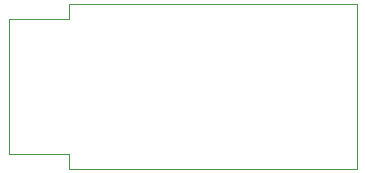
<source format=gbp>
G75*
%MOIN*%
%OFA0B0*%
%FSLAX24Y24*%
%IPPOS*%
%LPD*%
%AMOC8*
5,1,8,0,0,1.08239X$1,22.5*
%
%ADD10C,0.0000*%
D10*
X001026Y001006D02*
X003026Y001006D01*
X003026Y000506D01*
X012626Y000506D01*
X012626Y006006D01*
X003026Y006006D01*
X003026Y005506D01*
X001026Y005506D01*
X001026Y001006D01*
M02*

</source>
